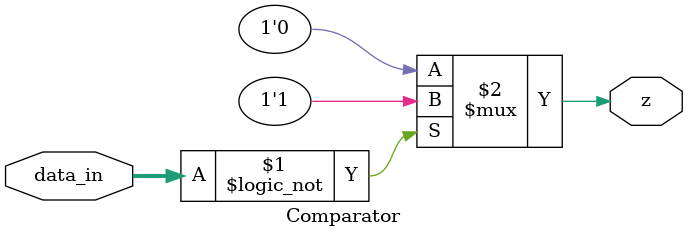
<source format=v>
module Comparator (input [31:0] data_in, output z);
    assign z = (data_in == 32'b0) ? 1'b1 : 1'b0;
endmodule
</source>
